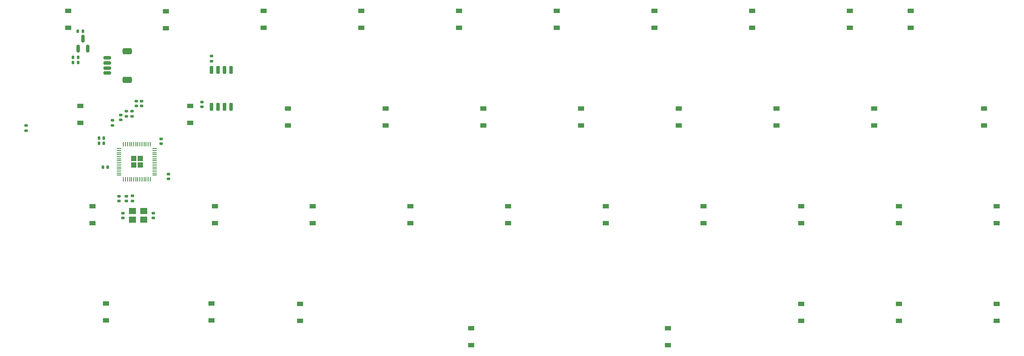
<source format=gbr>
%TF.GenerationSoftware,KiCad,Pcbnew,(7.0.0-0)*%
%TF.CreationDate,2023-03-09T10:38:16-05:00*%
%TF.ProjectId,cutiepie2040,63757469-6570-4696-9532-3034302e6b69,rev?*%
%TF.SameCoordinates,Original*%
%TF.FileFunction,Paste,Bot*%
%TF.FilePolarity,Positive*%
%FSLAX46Y46*%
G04 Gerber Fmt 4.6, Leading zero omitted, Abs format (unit mm)*
G04 Created by KiCad (PCBNEW (7.0.0-0)) date 2023-03-09 10:38:16*
%MOMM*%
%LPD*%
G01*
G04 APERTURE LIST*
G04 Aperture macros list*
%AMRoundRect*
0 Rectangle with rounded corners*
0 $1 Rounding radius*
0 $2 $3 $4 $5 $6 $7 $8 $9 X,Y pos of 4 corners*
0 Add a 4 corners polygon primitive as box body*
4,1,4,$2,$3,$4,$5,$6,$7,$8,$9,$2,$3,0*
0 Add four circle primitives for the rounded corners*
1,1,$1+$1,$2,$3*
1,1,$1+$1,$4,$5*
1,1,$1+$1,$6,$7*
1,1,$1+$1,$8,$9*
0 Add four rect primitives between the rounded corners*
20,1,$1+$1,$2,$3,$4,$5,0*
20,1,$1+$1,$4,$5,$6,$7,0*
20,1,$1+$1,$6,$7,$8,$9,0*
20,1,$1+$1,$8,$9,$2,$3,0*%
G04 Aperture macros list end*
%ADD10RoundRect,0.140000X0.170000X-0.140000X0.170000X0.140000X-0.170000X0.140000X-0.170000X-0.140000X0*%
%ADD11R,1.200000X0.900000*%
%ADD12RoundRect,0.140000X-0.170000X0.140000X-0.170000X-0.140000X0.170000X-0.140000X0.170000X0.140000X0*%
%ADD13RoundRect,0.135000X0.185000X-0.135000X0.185000X0.135000X-0.185000X0.135000X-0.185000X-0.135000X0*%
%ADD14RoundRect,0.135000X-0.185000X0.135000X-0.185000X-0.135000X0.185000X-0.135000X0.185000X0.135000X0*%
%ADD15RoundRect,0.140000X0.140000X0.170000X-0.140000X0.170000X-0.140000X-0.170000X0.140000X-0.170000X0*%
%ADD16RoundRect,0.150000X0.150000X-0.587500X0.150000X0.587500X-0.150000X0.587500X-0.150000X-0.587500X0*%
%ADD17RoundRect,0.150000X-0.150000X0.650000X-0.150000X-0.650000X0.150000X-0.650000X0.150000X0.650000X0*%
%ADD18RoundRect,0.250000X0.292217X0.292217X-0.292217X0.292217X-0.292217X-0.292217X0.292217X-0.292217X0*%
%ADD19RoundRect,0.050000X0.387500X0.050000X-0.387500X0.050000X-0.387500X-0.050000X0.387500X-0.050000X0*%
%ADD20RoundRect,0.050000X0.050000X0.387500X-0.050000X0.387500X-0.050000X-0.387500X0.050000X-0.387500X0*%
%ADD21RoundRect,0.150000X-0.625000X0.150000X-0.625000X-0.150000X0.625000X-0.150000X0.625000X0.150000X0*%
%ADD22RoundRect,0.250000X-0.650000X0.350000X-0.650000X-0.350000X0.650000X-0.350000X0.650000X0.350000X0*%
%ADD23R,1.400000X1.200000*%
G04 APERTURE END LIST*
D10*
%TO.C,C_1V-Decoup2*%
X71900000Y-72730000D03*
X71900000Y-71770000D03*
%TD*%
D11*
%TO.C,D6*%
X81387499Y-75999999D03*
X81387499Y-72699999D03*
%TD*%
%TO.C,D14*%
X119487499Y-76499999D03*
X119487499Y-73199999D03*
%TD*%
D12*
%TO.C,C_Crystal1*%
X74200000Y-93570000D03*
X74200000Y-94530000D03*
%TD*%
D11*
%TO.C,D37*%
X238549999Y-95549999D03*
X238549999Y-92249999D03*
%TD*%
D13*
%TO.C,R_Crystal1*%
X70100000Y-91260000D03*
X70100000Y-90240000D03*
%TD*%
D11*
%TO.C,D17*%
X138537499Y-76499999D03*
X138537499Y-73199999D03*
%TD*%
D14*
%TO.C,R_Flash1*%
X85500000Y-62990000D03*
X85500000Y-64010000D03*
%TD*%
D11*
%TO.C,D8*%
X85499999Y-114549999D03*
X85499999Y-111249999D03*
%TD*%
%TO.C,D20*%
X152824999Y-57449999D03*
X152824999Y-54149999D03*
%TD*%
%TO.C,D15*%
X124249999Y-95549999D03*
X124249999Y-92249999D03*
%TD*%
%TO.C,D31*%
X209974999Y-57449999D03*
X209974999Y-54149999D03*
%TD*%
D10*
%TO.C,C_3V-Decoup2*%
X66200000Y-76480000D03*
X66200000Y-75520000D03*
%TD*%
D11*
%TO.C,D13*%
X114724999Y-57449999D03*
X114724999Y-54149999D03*
%TD*%
%TO.C,D23*%
X174493749Y-119362499D03*
X174493749Y-116062499D03*
%TD*%
D15*
%TO.C,C_3V-Decoup7*%
X64530000Y-78950000D03*
X63570000Y-78950000D03*
%TD*%
D11*
%TO.C,D32*%
X214737499Y-76499999D03*
X214737499Y-73199999D03*
%TD*%
%TO.C,D4*%
X64899999Y-114549999D03*
X64899999Y-111249999D03*
%TD*%
D10*
%TO.C,C_3V-Decoup9*%
X75700000Y-80080000D03*
X75700000Y-79120000D03*
%TD*%
D15*
%TO.C,C_3V-Decoup4*%
X65280000Y-84600000D03*
X64320000Y-84600000D03*
%TD*%
D11*
%TO.C,D26*%
X181399999Y-95549999D03*
X181399999Y-92249999D03*
%TD*%
%TO.C,D28*%
X195687499Y-76499999D03*
X195687499Y-73199999D03*
%TD*%
D14*
%TO.C,R_DATA1*%
X70000000Y-73690000D03*
X70000000Y-74710000D03*
%TD*%
D12*
%TO.C,C_3V-Decoup8*%
X68950000Y-90270000D03*
X68950000Y-91230000D03*
%TD*%
D10*
%TO.C,C_Flash1*%
X83650000Y-72880000D03*
X83650000Y-71920000D03*
%TD*%
D11*
%TO.C,D10*%
X100437499Y-76499999D03*
X100437499Y-73199999D03*
%TD*%
%TO.C,D35*%
X221799999Y-57449999D03*
X221799999Y-54149999D03*
%TD*%
%TO.C,D38*%
X238549999Y-114599999D03*
X238549999Y-111299999D03*
%TD*%
%TO.C,D19*%
X136156249Y-119362499D03*
X136156249Y-116062499D03*
%TD*%
D16*
%TO.C,U3*%
X61400000Y-61487500D03*
X59500000Y-61487500D03*
X60450000Y-59612500D03*
%TD*%
D11*
%TO.C,D25*%
X176637499Y-76499999D03*
X176637499Y-73199999D03*
%TD*%
%TO.C,D11*%
X105199999Y-95549999D03*
X105199999Y-92249999D03*
%TD*%
D12*
%TO.C,C_1V-Decoup3*%
X67450000Y-90270000D03*
X67450000Y-91230000D03*
%TD*%
D11*
%TO.C,D18*%
X143299999Y-95549999D03*
X143299999Y-92249999D03*
%TD*%
%TO.C,D34*%
X219499999Y-114599999D03*
X219499999Y-111299999D03*
%TD*%
%TO.C,D2*%
X59956249Y-75999999D03*
X59956249Y-72699999D03*
%TD*%
%TO.C,D3*%
X62337499Y-95549999D03*
X62337499Y-92249999D03*
%TD*%
%TO.C,D29*%
X200449999Y-95549999D03*
X200449999Y-92249999D03*
%TD*%
%TO.C,D16*%
X133774999Y-57449999D03*
X133774999Y-54149999D03*
%TD*%
D12*
%TO.C,C_3V-Decoup6*%
X77100000Y-85970000D03*
X77100000Y-86930000D03*
%TD*%
D11*
%TO.C,D30*%
X200449999Y-114599999D03*
X200449999Y-111299999D03*
%TD*%
%TO.C,D1*%
X57574999Y-57449999D03*
X57574999Y-54149999D03*
%TD*%
D15*
%TO.C,C_3V-Decoup1*%
X59480000Y-64250000D03*
X58520000Y-64250000D03*
%TD*%
%TO.C,C_LD1*%
X60430000Y-58100000D03*
X59470000Y-58100000D03*
%TD*%
D13*
%TO.C,R_RST1*%
X49350000Y-77560000D03*
X49350000Y-76540000D03*
%TD*%
D17*
%TO.C,U2*%
X85495000Y-65650000D03*
X86765000Y-65650000D03*
X88035000Y-65650000D03*
X89305000Y-65650000D03*
X89305000Y-72850000D03*
X88035000Y-72850000D03*
X86765000Y-72850000D03*
X85495000Y-72850000D03*
%TD*%
D11*
%TO.C,D33*%
X219499999Y-95549999D03*
X219499999Y-92249999D03*
%TD*%
%TO.C,D36*%
X236168749Y-76499999D03*
X236168749Y-73199999D03*
%TD*%
%TO.C,D7*%
X86149999Y-95549999D03*
X86149999Y-92249999D03*
%TD*%
%TO.C,D12*%
X102818749Y-114599999D03*
X102818749Y-111299999D03*
%TD*%
D10*
%TO.C,C_1V-Decoup1*%
X67800000Y-75410000D03*
X67800000Y-74450000D03*
%TD*%
%TO.C,C_3V-Decoup3*%
X70900000Y-72730000D03*
X70900000Y-71770000D03*
%TD*%
D11*
%TO.C,D22*%
X162349999Y-95549999D03*
X162349999Y-92249999D03*
%TD*%
D18*
%TO.C,U1*%
X71587500Y-84237500D03*
X71587500Y-82962500D03*
X70312500Y-84237500D03*
X70312500Y-82962500D03*
D19*
X74387500Y-81000000D03*
X74387500Y-81400000D03*
X74387500Y-81800000D03*
X74387500Y-82200000D03*
X74387500Y-82600000D03*
X74387500Y-83000000D03*
X74387500Y-83400000D03*
X74387500Y-83800000D03*
X74387500Y-84200000D03*
X74387500Y-84600000D03*
X74387500Y-85000000D03*
X74387500Y-85400000D03*
X74387500Y-85800000D03*
X74387500Y-86200000D03*
D20*
X73550000Y-87037500D03*
X73150000Y-87037500D03*
X72750000Y-87037500D03*
X72350000Y-87037500D03*
X71950000Y-87037500D03*
X71550000Y-87037500D03*
X71150000Y-87037500D03*
X70750000Y-87037500D03*
X70350000Y-87037500D03*
X69950000Y-87037500D03*
X69550000Y-87037500D03*
X69150000Y-87037500D03*
X68750000Y-87037500D03*
X68350000Y-87037500D03*
D19*
X67512500Y-86200000D03*
X67512500Y-85800000D03*
X67512500Y-85400000D03*
X67512500Y-85000000D03*
X67512500Y-84600000D03*
X67512500Y-84200000D03*
X67512500Y-83800000D03*
X67512500Y-83400000D03*
X67512500Y-83000000D03*
X67512500Y-82600000D03*
X67512500Y-82200000D03*
X67512500Y-81800000D03*
X67512500Y-81400000D03*
X67512500Y-81000000D03*
D20*
X68350000Y-80162500D03*
X68750000Y-80162500D03*
X69150000Y-80162500D03*
X69550000Y-80162500D03*
X69950000Y-80162500D03*
X70350000Y-80162500D03*
X70750000Y-80162500D03*
X71150000Y-80162500D03*
X71550000Y-80162500D03*
X71950000Y-80162500D03*
X72350000Y-80162500D03*
X72750000Y-80162500D03*
X73150000Y-80162500D03*
X73550000Y-80162500D03*
%TD*%
D11*
%TO.C,D27*%
X190924999Y-57449999D03*
X190924999Y-54149999D03*
%TD*%
D10*
%TO.C,C_Crystal2*%
X68200000Y-94530000D03*
X68200000Y-93570000D03*
%TD*%
D11*
%TO.C,D9*%
X95674999Y-57449999D03*
X95674999Y-54149999D03*
%TD*%
%TO.C,D24*%
X171874999Y-57449999D03*
X171874999Y-54149999D03*
%TD*%
D15*
%TO.C,C_3V-Decoup5*%
X64530000Y-80000000D03*
X63570000Y-80000000D03*
%TD*%
D14*
%TO.C,R_DATA2*%
X68900000Y-73690000D03*
X68900000Y-74710000D03*
%TD*%
D15*
%TO.C,C_LD2*%
X59480000Y-63200000D03*
X58520000Y-63200000D03*
%TD*%
D21*
%TO.C,J1*%
X65200000Y-63300000D03*
X65200000Y-64300000D03*
X65200000Y-65300000D03*
X65200000Y-66300000D03*
D22*
X69075000Y-62000000D03*
X69075000Y-67600000D03*
%TD*%
D11*
%TO.C,D21*%
X157587499Y-76499999D03*
X157587499Y-73199999D03*
%TD*%
D23*
%TO.C,Y1*%
X70099999Y-93199999D03*
X72299999Y-93199999D03*
X72299999Y-94899999D03*
X70099999Y-94899999D03*
%TD*%
D11*
%TO.C,D5*%
X76624999Y-57549999D03*
X76624999Y-54249999D03*
%TD*%
M02*

</source>
